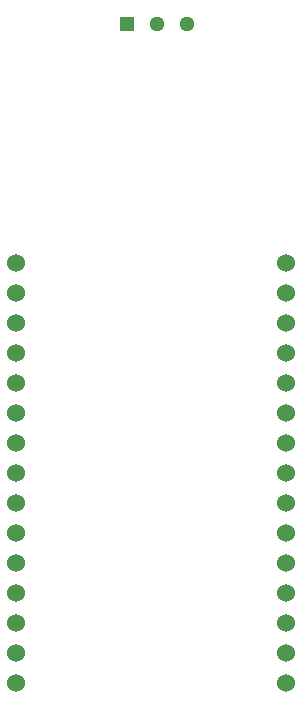
<source format=gtl>
G04 Layer: TopLayer*
G04 EasyEDA v6.5.46, 2025-03-12 12:44:04*
G04 43a005aebb1148eda2c6f0889f11ea4c,3f48c7b914b54ba696cb8a095b2acdd1,10*
G04 Gerber Generator version 0.2*
G04 Scale: 100 percent, Rotated: No, Reflected: No *
G04 Dimensions in inches *
G04 leading zeros omitted , absolute positions ,3 integer and 6 decimal *
%FSLAX36Y36*%
%MOIN*%

%ADD10C,0.0600*%
%ADD11C,0.0510*%
%ADD12R,0.0510X0.0510*%

%LPD*%
D10*
G01*
X2430000Y-2380000D03*
G01*
X2430000Y-2280000D03*
G01*
X2430000Y-2180000D03*
G01*
X2430000Y-2080000D03*
G01*
X2430000Y-1980000D03*
G01*
X2430000Y-1880000D03*
G01*
X2430000Y-1780000D03*
G01*
X2430000Y-1680000D03*
G01*
X2430000Y-1580000D03*
G01*
X2430000Y-1480000D03*
G01*
X2430000Y-1380000D03*
G01*
X2430000Y-1280000D03*
G01*
X2430000Y-1180000D03*
G01*
X2430000Y-1080000D03*
G01*
X2430000Y-980000D03*
G01*
X1530000Y-980000D03*
G01*
X1530000Y-1080000D03*
G01*
X1530000Y-1180000D03*
G01*
X1530000Y-1280000D03*
G01*
X1530000Y-1380000D03*
G01*
X1530000Y-1480000D03*
G01*
X1530000Y-1580000D03*
G01*
X1530000Y-1680000D03*
G01*
X1530000Y-1780000D03*
G01*
X1530000Y-1880000D03*
G01*
X1530000Y-1980000D03*
G01*
X1530000Y-2080000D03*
G01*
X1530000Y-2180000D03*
G01*
X1530000Y-2280000D03*
G01*
X1530000Y-2380000D03*
D11*
G01*
X2098699Y-183400D03*
G01*
X1998699Y-183400D03*
D12*
G01*
X1898779Y-183780D03*
M02*

</source>
